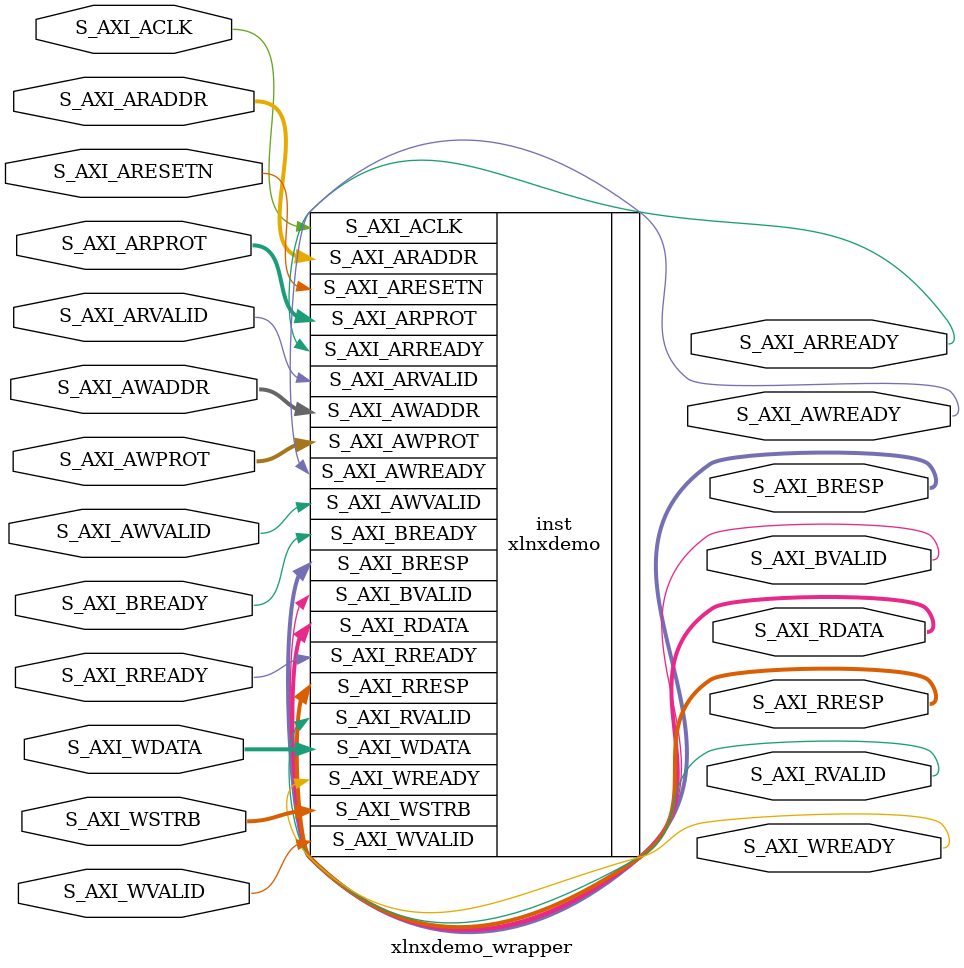
<source format=v>
module xlnxdemo_wrapper (
  S_AXI_ACLK,
  S_AXI_ARESETN,
  S_AXI_AWADDR,
  S_AXI_AWPROT,
  S_AXI_AWVALID,
  S_AXI_AWREADY,
  S_AXI_WDATA,
  S_AXI_WSTRB,
  S_AXI_WVALID,
  S_AXI_WREADY,
  S_AXI_BRESP,
  S_AXI_BVALID,
  S_AXI_BREADY,
  S_AXI_ARADDR,
  S_AXI_ARPROT,
  S_AXI_ARVALID,
  S_AXI_ARREADY,
  S_AXI_RDATA,
  S_AXI_RRESP,
  S_AXI_RVALID,
  S_AXI_RREADY
);

input wire S_AXI_ACLK;
input wire S_AXI_ARESETN;
input wire [6 : 0] S_AXI_AWADDR;
input wire [2 : 0] S_AXI_AWPROT;
input wire S_AXI_AWVALID;
output wire S_AXI_AWREADY;
input wire [31 : 0] S_AXI_WDATA;
input wire [3 : 0] S_AXI_WSTRB;
input wire S_AXI_WVALID;
output wire S_AXI_WREADY;
output wire [1 : 0] S_AXI_BRESP;
output wire S_AXI_BVALID;
input wire S_AXI_BREADY;
input wire [6 : 0] S_AXI_ARADDR;
input wire [2 : 0] S_AXI_ARPROT;
input wire S_AXI_ARVALID;
output wire S_AXI_ARREADY;
output wire [31 : 0] S_AXI_RDATA;
output wire [1 : 0] S_AXI_RRESP;
output wire S_AXI_RVALID;
input wire S_AXI_RREADY;

  xlnxdemo
  //#( .C_S_AXI_DATA_WIDTH(32), .C_S_AXI_ADDR_WIDTH(7))
  inst (
    .S_AXI_ACLK(S_AXI_ACLK),
    .S_AXI_ARESETN(S_AXI_ARESETN),
    .S_AXI_AWADDR(S_AXI_AWADDR),
    .S_AXI_AWPROT(S_AXI_AWPROT),
    .S_AXI_AWVALID(S_AXI_AWVALID),
    .S_AXI_AWREADY(S_AXI_AWREADY),
    .S_AXI_WDATA(S_AXI_WDATA),
    .S_AXI_WSTRB(S_AXI_WSTRB),
    .S_AXI_WVALID(S_AXI_WVALID),
    .S_AXI_WREADY(S_AXI_WREADY),
    .S_AXI_BRESP(S_AXI_BRESP),
    .S_AXI_BVALID(S_AXI_BVALID),
    .S_AXI_BREADY(S_AXI_BREADY),
    .S_AXI_ARADDR(S_AXI_ARADDR),
    .S_AXI_ARPROT(S_AXI_ARPROT),
    .S_AXI_ARVALID(S_AXI_ARVALID),
    .S_AXI_ARREADY(S_AXI_ARREADY),
    .S_AXI_RDATA(S_AXI_RDATA),
    .S_AXI_RRESP(S_AXI_RRESP),
    .S_AXI_RVALID(S_AXI_RVALID),
    .S_AXI_RREADY(S_AXI_RREADY)
  );
endmodule


</source>
